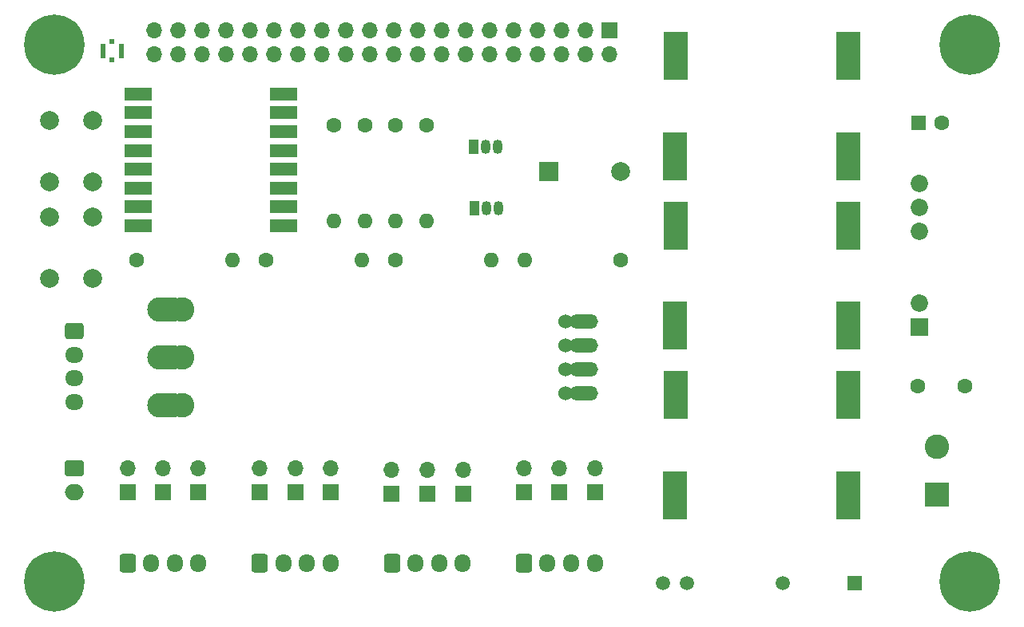
<source format=gbr>
%TF.GenerationSoftware,KiCad,Pcbnew,(6.0.5)*%
%TF.CreationDate,2022-07-22T00:32:43+07:00*%
%TF.ProjectId,MARUKO_RS485_Rev2,4d415255-4b4f-45f5-9253-3438355f5265,rev?*%
%TF.SameCoordinates,Original*%
%TF.FileFunction,Soldermask,Top*%
%TF.FilePolarity,Negative*%
%FSLAX46Y46*%
G04 Gerber Fmt 4.6, Leading zero omitted, Abs format (unit mm)*
G04 Created by KiCad (PCBNEW (6.0.5)) date 2022-07-22 00:32:43*
%MOMM*%
%LPD*%
G01*
G04 APERTURE LIST*
G04 Aperture macros list*
%AMRoundRect*
0 Rectangle with rounded corners*
0 $1 Rounding radius*
0 $2 $3 $4 $5 $6 $7 $8 $9 X,Y pos of 4 corners*
0 Add a 4 corners polygon primitive as box body*
4,1,4,$2,$3,$4,$5,$6,$7,$8,$9,$2,$3,0*
0 Add four circle primitives for the rounded corners*
1,1,$1+$1,$2,$3*
1,1,$1+$1,$4,$5*
1,1,$1+$1,$6,$7*
1,1,$1+$1,$8,$9*
0 Add four rect primitives between the rounded corners*
20,1,$1+$1,$2,$3,$4,$5,0*
20,1,$1+$1,$4,$5,$6,$7,0*
20,1,$1+$1,$6,$7,$8,$9,0*
20,1,$1+$1,$8,$9,$2,$3,0*%
G04 Aperture macros list end*
%ADD10R,2.500000X2.500000*%
%ADD11C,1.600000*%
%ADD12O,1.600000X1.600000*%
%ADD13R,1.600000X1.600000*%
%ADD14R,1.700000X1.700000*%
%ADD15O,1.700000X1.700000*%
%ADD16C,2.000000*%
%ADD17C,0.800000*%
%ADD18C,6.400000*%
%ADD19R,0.600000X0.600000*%
%ADD20R,0.580000X1.580000*%
%ADD21R,0.500000X0.500000*%
%ADD22RoundRect,0.250000X-0.725000X0.600000X-0.725000X-0.600000X0.725000X-0.600000X0.725000X0.600000X0*%
%ADD23O,1.950000X1.700000*%
%ADD24RoundRect,0.250000X-0.600000X-0.725000X0.600000X-0.725000X0.600000X0.725000X-0.600000X0.725000X0*%
%ADD25O,1.700000X1.950000*%
%ADD26RoundRect,0.250000X-0.750000X0.600000X-0.750000X-0.600000X0.750000X-0.600000X0.750000X0.600000X0*%
%ADD27O,2.000000X1.700000*%
%ADD28C,1.524000*%
%ADD29O,3.000000X1.524000*%
%ADD30C,2.600000*%
%ADD31O,4.000000X2.600000*%
%ADD32R,2.600000X2.600000*%
%ADD33R,1.850000X1.850000*%
%ADD34C,1.850000*%
%ADD35R,1.050000X1.500000*%
%ADD36O,1.050000X1.500000*%
%ADD37R,3.000000X1.400000*%
%ADD38R,1.508000X1.508000*%
%ADD39C,1.508000*%
%ADD40R,2.000000X2.000000*%
G04 APERTURE END LIST*
D10*
%TO.C,U4*%
X198100000Y-102550000D03*
X198100000Y-105090000D03*
X198120000Y-91910000D03*
X198120000Y-94450000D03*
X179820000Y-94450000D03*
X179820000Y-91910000D03*
X179800000Y-102550000D03*
X179800000Y-105090000D03*
%TD*%
D11*
%TO.C,R2*%
X153400000Y-82520000D03*
D12*
X153400000Y-92680000D03*
%TD*%
D13*
%TO.C,C1*%
X205544888Y-82250000D03*
D11*
X208044888Y-82250000D03*
%TD*%
D14*
%TO.C,JP9*%
X135700000Y-121500000D03*
D15*
X135700000Y-118960000D03*
%TD*%
D16*
%TO.C,SW2*%
X118000000Y-92300000D03*
X118000000Y-98800000D03*
X113500000Y-92300000D03*
X113500000Y-98800000D03*
%TD*%
D11*
%TO.C,R7*%
X173986668Y-96800000D03*
D12*
X163826668Y-96800000D03*
%TD*%
D17*
%TO.C,H4*%
X209302944Y-75697056D03*
X211000000Y-71600000D03*
X212697056Y-72302944D03*
D18*
X211000000Y-74000000D03*
D17*
X212697056Y-75697056D03*
X208600000Y-74000000D03*
X209302944Y-72302944D03*
X213400000Y-74000000D03*
X211000000Y-76400000D03*
%TD*%
D19*
%TO.C,J7*%
X120100000Y-75626000D03*
D20*
X119140000Y-74626000D03*
D21*
X120100000Y-73626000D03*
D20*
X121060000Y-74626000D03*
%TD*%
D11*
%TO.C,R1*%
X136413334Y-96800000D03*
D12*
X146573334Y-96800000D03*
%TD*%
D10*
%TO.C,U5*%
X198100000Y-87090000D03*
X198100000Y-84550000D03*
X198120000Y-73910000D03*
X198120000Y-76450000D03*
X179820000Y-76450000D03*
X179820000Y-73910000D03*
X179800000Y-87090000D03*
X179800000Y-84550000D03*
%TD*%
D22*
%TO.C,J6*%
X116125000Y-104400000D03*
D23*
X116125000Y-106900000D03*
X116125000Y-109400000D03*
X116125000Y-111900000D03*
%TD*%
D24*
%TO.C,J4*%
X121750000Y-128975000D03*
D25*
X124250000Y-128975000D03*
X126750000Y-128975000D03*
X129250000Y-128975000D03*
%TD*%
D11*
%TO.C,R8*%
X150120000Y-96800000D03*
D12*
X160280000Y-96800000D03*
%TD*%
D26*
%TO.C,J9*%
X116125000Y-118950000D03*
D27*
X116125000Y-121450000D03*
%TD*%
D28*
%TO.C,U1*%
X168130000Y-110995000D03*
D29*
X170130000Y-110995000D03*
D28*
X168130000Y-108455000D03*
D29*
X170130000Y-108455000D03*
D28*
X168130000Y-105915000D03*
D29*
X170130000Y-105915000D03*
D28*
X168130000Y-103375000D03*
D29*
X170130000Y-103375000D03*
D30*
X127480000Y-102105000D03*
D31*
X125800000Y-102105000D03*
D30*
X127480000Y-107185000D03*
D31*
X125800000Y-107185000D03*
D30*
X127480000Y-112265000D03*
D31*
X125800000Y-112265000D03*
%TD*%
D14*
%TO.C,JP11*%
X153500000Y-121612500D03*
D15*
X153500000Y-119072500D03*
%TD*%
D32*
%TO.C,J8*%
X207505000Y-121745000D03*
D30*
X207505000Y-116665000D03*
%TD*%
D16*
%TO.C,SW1*%
X118000000Y-82000000D03*
X118000000Y-88500000D03*
X113500000Y-82000000D03*
X113500000Y-88500000D03*
%TD*%
D14*
%TO.C,JP8*%
X139500000Y-121500000D03*
D15*
X139500000Y-118960000D03*
%TD*%
D33*
%TO.C,PS1*%
X205690000Y-103960000D03*
D34*
X205690000Y-101420000D03*
X205690000Y-93800000D03*
X205690000Y-91260000D03*
X205690000Y-88720000D03*
%TD*%
D14*
%TO.C,JP4*%
X129250000Y-121495000D03*
D15*
X129250000Y-118955000D03*
%TD*%
D17*
%TO.C,H3*%
X208600000Y-131000000D03*
D18*
X211000000Y-131000000D03*
D17*
X211000000Y-133400000D03*
X209302944Y-132697056D03*
X211000000Y-128600000D03*
X213400000Y-131000000D03*
X212697056Y-129302944D03*
X212697056Y-132697056D03*
X209302944Y-129302944D03*
%TD*%
D14*
%TO.C,JP1*%
X171250000Y-121500000D03*
D15*
X171250000Y-118960000D03*
%TD*%
D35*
%TO.C,Q1*%
X158400000Y-84800000D03*
D36*
X159670000Y-84800000D03*
X160940000Y-84800000D03*
%TD*%
D11*
%TO.C,R4*%
X146866666Y-82520000D03*
D12*
X146866666Y-92680000D03*
%TD*%
D24*
%TO.C,J3*%
X135750000Y-128975000D03*
D25*
X138250000Y-128975000D03*
X140750000Y-128975000D03*
X143250000Y-128975000D03*
%TD*%
D14*
%TO.C,J5*%
X172825000Y-72460000D03*
D15*
X172825000Y-75000000D03*
X170285000Y-72460000D03*
X170285000Y-75000000D03*
X167745000Y-72460000D03*
X167745000Y-75000000D03*
X165205000Y-72460000D03*
X165205000Y-75000000D03*
X162665000Y-72460000D03*
X162665000Y-75000000D03*
X160125000Y-72460000D03*
X160125000Y-75000000D03*
X157585000Y-72460000D03*
X157585000Y-75000000D03*
X155045000Y-72460000D03*
X155045000Y-75000000D03*
X152505000Y-72460000D03*
X152505000Y-75000000D03*
X149965000Y-72460000D03*
X149965000Y-75000000D03*
X147425000Y-72460000D03*
X147425000Y-75000000D03*
X144885000Y-72460000D03*
X144885000Y-75000000D03*
X142345000Y-72460000D03*
X142345000Y-75000000D03*
X139805000Y-72460000D03*
X139805000Y-75000000D03*
X137265000Y-72460000D03*
X137265000Y-75000000D03*
X134725000Y-72460000D03*
X134725000Y-75000000D03*
X132185000Y-72460000D03*
X132185000Y-75000000D03*
X129645000Y-72460000D03*
X129645000Y-75000000D03*
X127105000Y-72460000D03*
X127105000Y-75000000D03*
X124565000Y-72460000D03*
X124565000Y-75000000D03*
%TD*%
D11*
%TO.C,R5*%
X150133332Y-82520000D03*
D12*
X150133332Y-92680000D03*
%TD*%
D17*
%TO.C,H2*%
X111600000Y-131000000D03*
X116400000Y-131000000D03*
X114000000Y-128600000D03*
X115697056Y-129302944D03*
D18*
X114000000Y-131000000D03*
D17*
X115697056Y-132697056D03*
X114000000Y-133400000D03*
X112302944Y-129302944D03*
X112302944Y-132697056D03*
%TD*%
D14*
%TO.C,JP2*%
X167500000Y-121500000D03*
D15*
X167500000Y-118960000D03*
%TD*%
D14*
%TO.C,JP7*%
X143300000Y-121500000D03*
D15*
X143300000Y-118960000D03*
%TD*%
D37*
%TO.C,U2*%
X138262500Y-93200000D03*
X138262500Y-91200000D03*
X138262500Y-89200000D03*
X138262500Y-87200000D03*
X138262500Y-85200000D03*
X138262500Y-83200000D03*
X138262500Y-81200000D03*
X138262500Y-79200000D03*
X122862500Y-79200000D03*
X122862500Y-81200000D03*
X122862500Y-83200000D03*
X122862500Y-85200000D03*
X122862500Y-87200000D03*
X122862500Y-89200000D03*
X122862500Y-91200000D03*
X122862500Y-93200000D03*
%TD*%
D14*
%TO.C,JP5*%
X125500000Y-121495000D03*
D15*
X125500000Y-118955000D03*
%TD*%
D38*
%TO.C,K1*%
X198845500Y-131150000D03*
D39*
X191225500Y-131150000D03*
X181065500Y-131150000D03*
X178525500Y-131150000D03*
%TD*%
D10*
%TO.C,U3*%
X198100000Y-123090000D03*
X198100000Y-120550000D03*
X198120000Y-109910000D03*
X198120000Y-112450000D03*
X179820000Y-109910000D03*
X179820000Y-112450000D03*
X179800000Y-120550000D03*
X179800000Y-123090000D03*
%TD*%
D11*
%TO.C,R6*%
X122706668Y-96800000D03*
D12*
X132866668Y-96800000D03*
%TD*%
D14*
%TO.C,JP10*%
X157300000Y-121612500D03*
D15*
X157300000Y-119072500D03*
%TD*%
D24*
%TO.C,J2*%
X149750000Y-128975000D03*
D25*
X152250000Y-128975000D03*
X154750000Y-128975000D03*
X157250000Y-128975000D03*
%TD*%
D17*
%TO.C,H1*%
X115697056Y-75697056D03*
X115697056Y-72302944D03*
X116400000Y-74000000D03*
X114000000Y-76400000D03*
X111600000Y-74000000D03*
X112302944Y-72302944D03*
X114000000Y-71600000D03*
X112302944Y-75697056D03*
D18*
X114000000Y-74000000D03*
%TD*%
D14*
%TO.C,JP12*%
X149700000Y-121612500D03*
D15*
X149700000Y-119072500D03*
%TD*%
D14*
%TO.C,JP6*%
X121750000Y-121495000D03*
D15*
X121750000Y-118955000D03*
%TD*%
D24*
%TO.C,J1*%
X163750000Y-128975000D03*
D25*
X166250000Y-128975000D03*
X168750000Y-128975000D03*
X171250000Y-128975000D03*
%TD*%
D14*
%TO.C,JP3*%
X163750000Y-121500000D03*
D15*
X163750000Y-118960000D03*
%TD*%
D11*
%TO.C,C2*%
X205500000Y-110250000D03*
X210500000Y-110250000D03*
%TD*%
%TO.C,R3*%
X143600000Y-82520000D03*
D12*
X143600000Y-92680000D03*
%TD*%
D40*
%TO.C,BZ1*%
X166400000Y-87400000D03*
D16*
X174000000Y-87400000D03*
%TD*%
D35*
%TO.C,Q2*%
X158530000Y-91360000D03*
D36*
X159800000Y-91360000D03*
X161070000Y-91360000D03*
%TD*%
M02*

</source>
